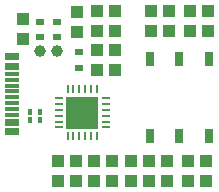
<source format=gtp>
G04*
G04 #@! TF.GenerationSoftware,Altium Limited,Altium Designer,20.1.11 (218)*
G04*
G04 Layer_Color=8421504*
%FSLAX25Y25*%
%MOIN*%
G70*
G04*
G04 #@! TF.SameCoordinates,DBF43E64-11B2-480E-9B44-63982416C987*
G04*
G04*
G04 #@! TF.FilePolarity,Positive*
G04*
G01*
G75*
%ADD14R,0.03937X0.04331*%
%ADD15C,0.03937*%
%ADD16R,0.02756X0.04724*%
%ADD17R,0.04528X0.01181*%
%ADD18R,0.01772X0.01968*%
%ADD19R,0.03150X0.02362*%
%ADD20R,0.00984X0.03150*%
%ADD21R,0.03150X0.00984*%
%ADD22R,0.10630X0.10630*%
D14*
X49500Y55807D02*
D03*
Y62500D02*
D03*
X31500Y53307D02*
D03*
Y60000D02*
D03*
X93000Y62846D02*
D03*
Y56154D02*
D03*
X73500Y6154D02*
D03*
Y12846D02*
D03*
X67500Y6154D02*
D03*
Y12846D02*
D03*
X92500Y6154D02*
D03*
Y12846D02*
D03*
X62000Y43154D02*
D03*
Y49847D02*
D03*
X56000Y43154D02*
D03*
Y49847D02*
D03*
X74000Y62846D02*
D03*
Y56154D02*
D03*
X62000Y56154D02*
D03*
Y62846D02*
D03*
X56000Y56154D02*
D03*
Y62846D02*
D03*
X86500Y12846D02*
D03*
Y6154D02*
D03*
X79500Y12846D02*
D03*
Y6154D02*
D03*
X87000Y56154D02*
D03*
Y62846D02*
D03*
X80000Y56154D02*
D03*
Y62846D02*
D03*
X61000Y6154D02*
D03*
Y12846D02*
D03*
X55000Y6154D02*
D03*
Y12846D02*
D03*
X49000Y12846D02*
D03*
Y6154D02*
D03*
X43000Y12846D02*
D03*
Y6154D02*
D03*
D15*
X42900Y49300D02*
D03*
X37100Y49400D02*
D03*
D16*
X73658Y46795D02*
D03*
X93343D02*
D03*
X83500D02*
D03*
X73658Y21205D02*
D03*
X93343D02*
D03*
X83500D02*
D03*
D17*
X27760Y47992D02*
D03*
Y41890D02*
D03*
Y39921D02*
D03*
Y35984D02*
D03*
Y43858D02*
D03*
Y44842D02*
D03*
Y47008D02*
D03*
Y37953D02*
D03*
Y22008D02*
D03*
Y28110D02*
D03*
Y30079D02*
D03*
Y34016D02*
D03*
Y26142D02*
D03*
Y25157D02*
D03*
Y22992D02*
D03*
Y32047D02*
D03*
D18*
X37166Y26313D02*
D03*
Y29266D02*
D03*
X33666Y26313D02*
D03*
Y29266D02*
D03*
D19*
X50216Y49059D02*
D03*
Y43941D02*
D03*
X37100Y54141D02*
D03*
Y59259D02*
D03*
X42900Y54141D02*
D03*
Y59259D02*
D03*
D20*
X46279Y36774D02*
D03*
X48247D02*
D03*
X50216D02*
D03*
X48247Y21026D02*
D03*
X46279D02*
D03*
X56121Y36774D02*
D03*
X52184D02*
D03*
X54153D02*
D03*
Y21026D02*
D03*
X56121D02*
D03*
X50216D02*
D03*
X52184D02*
D03*
D21*
X43326Y33821D02*
D03*
Y27916D02*
D03*
Y31853D02*
D03*
Y25947D02*
D03*
Y23979D02*
D03*
Y29884D02*
D03*
X59074Y33821D02*
D03*
Y27916D02*
D03*
Y31853D02*
D03*
Y29884D02*
D03*
Y23979D02*
D03*
Y25947D02*
D03*
D22*
X51200Y28900D02*
D03*
M02*

</source>
